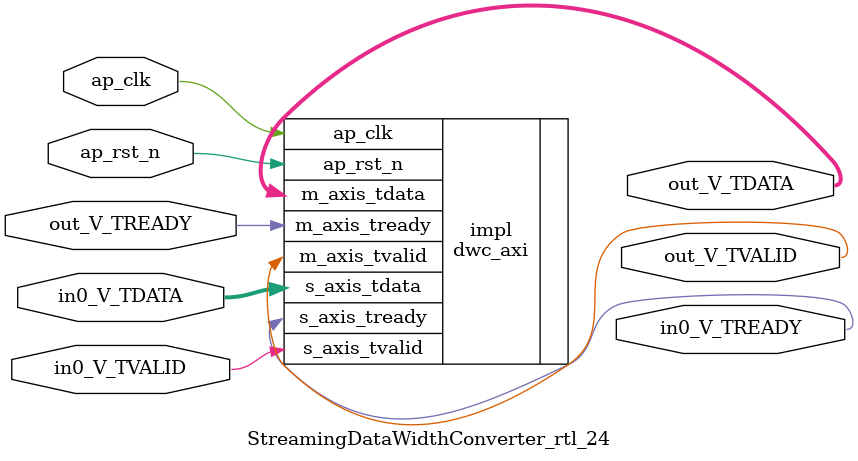
<source format=v>
/******************************************************************************
 * Copyright (C) 2023, Advanced Micro Devices, Inc.
 * All rights reserved.
 *
 * Redistribution and use in source and binary forms, with or without
 * modification, are permitted provided that the following conditions are met:
 *
 *  1. Redistributions of source code must retain the above copyright notice,
 *     this list of conditions and the following disclaimer.
 *
 *  2. Redistributions in binary form must reproduce the above copyright
 *     notice, this list of conditions and the following disclaimer in the
 *     documentation and/or other materials provided with the distribution.
 *
 *  3. Neither the name of the copyright holder nor the names of its
 *     contributors may be used to endorse or promote products derived from
 *     this software without specific prior written permission.
 *
 * THIS SOFTWARE IS PROVIDED BY THE COPYRIGHT HOLDERS AND CONTRIBUTORS "AS IS"
 * AND ANY EXPRESS OR IMPLIED WARRANTIES, INCLUDING, BUT NOT LIMITED TO,
 * THE IMPLIED WARRANTIES OF MERCHANTABILITY AND FITNESS FOR A PARTICULAR
 * PURPOSE ARE DISCLAIMED. IN NO EVENT SHALL THE COPYRIGHT HOLDER OR
 * CONTRIBUTORS BE LIABLE FOR ANY DIRECT, INDIRECT, INCIDENTAL, SPECIAL,
 * EXEMPLARY, OR CONSEQUENTIAL DAMAGES (INCLUDING, BUT NOT LIMITED TO,
 * PROCUREMENT OF SUBSTITUTE GOODS OR SERVICES; LOSS OF USE, DATA, OR PROFITS;
 * OR BUSINESS INTERRUPTION). HOWEVER CAUSED AND ON ANY THEORY OF LIABILITY,
 * WHETHER IN CONTRACT, STRICT LIABILITY, OR TORT (INCLUDING NEGLIGENCE OR
 * OTHERWISE) ARISING IN ANY WAY OUT OF THE USE OF THIS SOFTWARE, EVEN IF
 * ADVISED OF THE POSSIBILITY OF SUCH DAMAGE.
 *****************************************************************************/

module StreamingDataWidthConverter_rtl_24 #(
	parameter  IBITS = 8,
	parameter  OBITS = 256,

	parameter  AXI_IBITS = (IBITS+7)/8 * 8,
	parameter  AXI_OBITS = (OBITS+7)/8 * 8
)(
	//- Global Control ------------------
	(* X_INTERFACE_INFO = "xilinx.com:signal:clock:1.0 ap_clk CLK" *)
	(* X_INTERFACE_PARAMETER = "ASSOCIATED_BUSIF in0_V:out_V, ASSOCIATED_RESET ap_rst_n" *)
	input	ap_clk,
	(* X_INTERFACE_PARAMETER = "POLARITY ACTIVE_LOW" *)
	input	ap_rst_n,

	//- AXI Stream - Input --------------
	output	in0_V_TREADY,
	input	in0_V_TVALID,
	input	[AXI_IBITS-1:0]  in0_V_TDATA,

	//- AXI Stream - Output -------------
	input	out_V_TREADY,
	output	out_V_TVALID,
	output	[AXI_OBITS-1:0]  out_V_TDATA
);

	dwc_axi #(
		.IBITS(IBITS),
		.OBITS(OBITS)
	) impl (
		.ap_clk(ap_clk),
		.ap_rst_n(ap_rst_n),
		.s_axis_tready(in0_V_TREADY),
		.s_axis_tvalid(in0_V_TVALID),
		.s_axis_tdata(in0_V_TDATA),
		.m_axis_tready(out_V_TREADY),
		.m_axis_tvalid(out_V_TVALID),
		.m_axis_tdata(out_V_TDATA)
	);

endmodule

</source>
